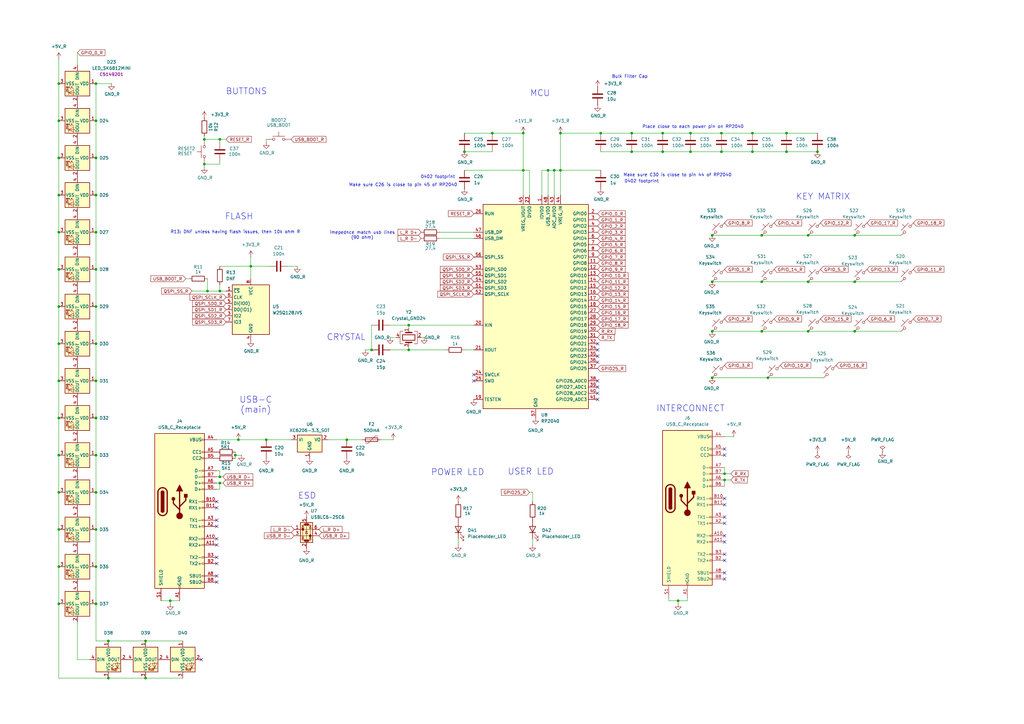
<source format=kicad_sch>
(kicad_sch (version 20250114) (generator "eeschema") (generator_version "9.0")
  (paper "A3")
  (title_block (title "Project Complex") (rev "Imaginary") (company "HRZN | KQ4SPZ"))
  (text "Make sure C30 is close to pin 44 of RP2040" (at 277.876 71.882 0) (effects (font (size 1.27 1.27))))
  (text "0402 footprint\n" (at 263.144 74.422 0) (effects (font (size 1.27 1.27))))
  (text "CRYSTAL\n" (at 141.986 138.43 0) (effects (font (size 2.54 2.54))))
  (text "R13: DNF unless having flash issues, then 10k ohm R" (at 96.52 95.25 0) (effects (font (size 1.27 1.27))))
  (text "MCU\n" (at 221.488 38.354 0) (effects (font (size 2.54 2.54))))
  (text "KEY MATRIX\n" (at 337.566 80.772 0) (effects (font (size 2.54 2.54))))
  (text "imepednce match usb lines\n(90 ohm)\n" (at 148.59 96.52 0) (effects (font (size 1.27 1.27))))
  (text "POWER LED" (at 187.706 193.802 0) (effects (font (size 2.54 2.54))))
  (text "Bulk Filter Cap\n" (at 258.318 31.496 0) (effects (font (size 1.27 1.27))))
  (text "ESD\n" (at 125.984 203.454 0) (effects (font (size 2.54 2.54))))
  (text "Place close to each power pin on RP2040\n" (at 284.226 52.07 0) (effects (font (size 1.27 1.27))))
  (text "USB-C\n(main)" (at 104.902 166.116 0) (effects (font (size 2.54 2.54))))
  (text "INTERCONNECT\n" (at 283.21 167.64 0) (effects (font (size 2.54 2.54))))
  (text "USER LED\n" (at 217.678 193.548 0) (effects (font (size 2.54 2.54))))
  (text "0402 footprint\n" (at 179.578 72.644 0) (effects (font (size 1.27 1.27))))
  (text "FLASH" (at 98.044 88.9 0) (effects (font (size 2.54 2.54))))
  (text "Make sure C26 is close to pin 45 of RP2040" (at 165.354 75.946 0) (effects (font (size 1.27 1.27))))
  (text "BUTTONS\n" (at 101.092 37.592 0) (effects (font (size 2.54 2.54))))
  (junction (at 39.37 34.29))
  (junction (at 214.63 54.61))
  (junction (at 278.13 246.38))
  (junction (at 96.52 186.69))
  (junction (at 59.69 278.13))
  (junction (at 224.79 69.85))
  (junction (at 24.13 125.73))
  (junction (at 142.24 180.34))
  (junction (at 350.52 135.89))
  (junction (at 308.61 62.23))
  (junction (at 24.13 140.97))
  (junction (at 312.42 115.57))
  (junction (at 24.13 64.77))
  (junction (at 295.91 62.23))
  (junction (at 292.1 96.52))
  (junction (at 190.5 62.23))
  (junction (at 39.37 156.21))
  (junction (at 246.38 54.61))
  (junction (at 24.13 156.21))
  (junction (at 24.13 201.93))
  (junction (at 39.37 125.73))
  (junction (at 297.18 194.31))
  (junction (at 69.85 246.38))
  (junction (at 39.37 95.25))
  (junction (at 350.52 96.52))
  (junction (at 44.45 262.89))
  (junction (at 292.1 135.89))
  (junction (at 109.22 180.34))
  (junction (at 39.37 217.17))
  (junction (at 24.13 217.17))
  (junction (at 24.13 80.01))
  (junction (at 227.33 69.85))
  (junction (at 44.45 278.13))
  (junction (at 83.82 57.15))
  (junction (at 201.93 54.61))
  (junction (at 331.47 96.52))
  (junction (at 312.42 96.52))
  (junction (at 85.09 119.38))
  (junction (at 90.17 195.58))
  (junction (at 322.58 54.61))
  (junction (at 335.28 62.23))
  (junction (at 292.1 115.57))
  (junction (at 292.1 154.94))
  (junction (at 24.13 49.53))
  (junction (at 39.37 110.49))
  (junction (at 229.87 69.85))
  (junction (at 90.17 119.38))
  (junction (at 331.47 115.57))
  (junction (at 39.37 247.65))
  (junction (at 24.13 247.65))
  (junction (at 24.13 186.69))
  (junction (at 24.13 34.29))
  (junction (at 229.87 54.61))
  (junction (at 214.63 69.85))
  (junction (at 331.47 135.89))
  (junction (at 24.13 171.45))
  (junction (at 350.52 115.57))
  (junction (at 24.13 110.49))
  (junction (at 39.37 232.41))
  (junction (at 102.87 109.22))
  (junction (at 39.37 186.69))
  (junction (at 314.96 154.94))
  (junction (at 39.37 201.93))
  (junction (at 152.4 143.51))
  (junction (at 39.37 140.97))
  (junction (at 24.13 95.25))
  (junction (at 297.18 196.85))
  (junction (at 24.13 232.41))
  (junction (at 322.58 62.23))
  (junction (at 259.08 54.61))
  (junction (at 59.69 262.89))
  (junction (at 39.37 64.77))
  (junction (at 271.78 62.23))
  (junction (at 295.91 54.61))
  (junction (at 83.82 67.31))
  (junction (at 167.64 133.35))
  (junction (at 39.37 49.53))
  (junction (at 259.08 62.23))
  (junction (at 97.79 180.34))
  (junction (at 312.42 135.89))
  (junction (at 167.64 143.51))
  (junction (at 90.17 198.12))
  (junction (at 39.37 80.01))
  (junction (at 283.21 54.61))
  (junction (at 308.61 54.61))
  (junction (at 90.17 57.15))
  (junction (at 39.37 171.45))
  (junction (at 271.78 54.61))
  (junction (at 283.21 62.23))
  (no_connect (at 88.9 215.9))
  (no_connect (at 297.18 234.95))
  (no_connect (at 245.11 156.21))
  (no_connect (at 245.11 158.75))
  (no_connect (at 297.18 237.49))
  (no_connect (at 88.9 238.76))
  (no_connect (at 297.18 207.01))
  (no_connect (at 297.18 222.25))
  (no_connect (at 297.18 204.47))
  (no_connect (at 245.11 146.05))
  (no_connect (at 194.31 156.21))
  (no_connect (at 245.11 161.29))
  (no_connect (at 245.11 148.59))
  (no_connect (at 245.11 140.97))
  (no_connect (at 88.9 223.52))
  (no_connect (at 297.18 219.71))
  (no_connect (at 88.9 231.14))
  (no_connect (at 194.31 153.67))
  (no_connect (at 88.9 228.6))
  (no_connect (at 297.18 184.15))
  (no_connect (at 297.18 212.09))
  (no_connect (at 297.18 214.63))
  (no_connect (at 82.55 270.51))
  (no_connect (at 88.9 220.98))
  (no_connect (at 297.18 186.69))
  (no_connect (at 297.18 229.87))
  (no_connect (at 88.9 236.22))
  (no_connect (at 88.9 208.28))
  (no_connect (at 245.11 163.83))
  (no_connect (at 88.9 205.74))
  (no_connect (at 245.11 143.51))
  (no_connect (at 88.9 213.36))
  (no_connect (at 297.18 227.33))
  (wire (pts (xy 39.37 80.01) (xy 39.37 64.77)))
  (wire (pts (xy 161.29 180.34) (xy 156.21 180.34)))
  (wire (pts (xy 109.22 180.34) (xy 119.38 180.34)))
  (wire (pts (xy 190.5 62.23) (xy 201.93 62.23)))
  (wire (pts (xy 312.42 96.52) (xy 292.1 96.52)))
  (wire (pts (xy 90.17 116.84) (xy 90.17 119.38)))
  (wire (pts (xy 69.85 247.65) (xy 69.85 246.38)))
  (wire (pts (xy 218.44 201.93) (xy 218.44 205.74)))
  (wire (pts (xy 24.13 217.17) (xy 24.13 232.41)))
  (wire (pts (xy 271.78 54.61) (xy 259.08 54.61)))
  (wire (pts (xy 312.42 115.57) (xy 292.1 115.57)))
  (wire (pts (xy 24.13 34.29) (xy 24.13 49.53)))
  (wire (pts (xy 180.34 95.25) (xy 194.31 95.25)))
  (wire (pts (xy 331.47 135.89) (xy 312.42 135.89)))
  (wire (pts (xy 173.99 138.43) (xy 172.72 138.43)))
  (wire (pts (xy 167.64 142.24) (xy 167.64 143.51)))
  (wire (pts (xy 214.63 54.61) (xy 214.63 69.85)))
  (wire (pts (xy 24.13 95.25) (xy 24.13 110.49)))
  (wire (pts (xy 222.25 69.85) (xy 224.79 69.85)))
  (wire (pts (xy 66.04 246.38) (xy 69.85 246.38)))
  (wire (pts (xy 36.83 270.51) (xy 31.75 270.51)))
  (wire (pts (xy 39.37 34.29) (xy 45.72 34.29)))
  (wire (pts (xy 24.13 24.13) (xy 24.13 34.29)))
  (wire (pts (xy 281.94 246.38) (xy 281.94 245.11)))
  (wire (pts (xy 90.17 66.04) (xy 90.17 67.31)))
  (wire (pts (xy 331.47 96.52) (xy 312.42 96.52)))
  (wire (pts (xy 229.87 69.85) (xy 246.38 69.85)))
  (wire (pts (xy 214.63 69.85) (xy 214.63 80.01)))
  (wire (pts (xy 149.86 143.51) (xy 152.4 143.51)))
  (wire (pts (xy 39.37 247.65) (xy 39.37 232.41)))
  (wire (pts (xy 59.69 262.89) (xy 44.45 262.89)))
  (wire (pts (xy 24.13 232.41) (xy 24.13 247.65)))
  (wire (pts (xy 227.33 69.85) (xy 229.87 69.85)))
  (wire (pts (xy 167.64 133.35) (xy 167.64 134.62)))
  (wire (pts (xy 167.64 143.51) (xy 182.88 143.51)))
  (wire (pts (xy 308.61 62.23) (xy 322.58 62.23)))
  (wire (pts (xy 190.5 143.51) (xy 194.31 143.51)))
  (wire (pts (xy 90.17 198.12) (xy 88.9 198.12)))
  (wire (pts (xy 335.28 62.23) (xy 322.58 62.23)))
  (wire (pts (xy 229.87 69.85) (xy 229.87 80.01)))
  (wire (pts (xy 90.17 109.22) (xy 102.87 109.22)))
  (wire (pts (xy 24.13 80.01) (xy 24.13 95.25)))
  (wire (pts (xy 85.09 119.38) (xy 90.17 119.38)))
  (wire (pts (xy 190.5 54.61) (xy 201.93 54.61)))
  (wire (pts (xy 96.52 185.42) (xy 96.52 186.69)))
  (wire (pts (xy 24.13 125.73) (xy 24.13 140.97)))
  (wire (pts (xy 259.08 54.61) (xy 246.38 54.61)))
  (wire (pts (xy 160.02 138.43) (xy 162.56 138.43)))
  (wire (pts (xy 350.52 135.89) (xy 331.47 135.89)))
  (wire (pts (xy 167.64 133.35) (xy 194.31 133.35)))
  (wire (pts (xy 96.52 186.69) (xy 96.52 187.96)))
  (wire (pts (xy 39.37 49.53) (xy 39.37 34.29)))
  (wire (pts (xy 222.25 69.85) (xy 222.25 80.01)))
  (wire (pts (xy 134.62 180.34) (xy 142.24 180.34)))
  (wire (pts (xy 39.37 217.17) (xy 39.37 201.93)))
  (wire (pts (xy 271.78 62.23) (xy 283.21 62.23)))
  (wire (pts (xy 83.82 55.88) (xy 83.82 57.15)))
  (wire (pts (xy 350.52 96.52) (xy 331.47 96.52)))
  (wire (pts (xy 148.59 180.34) (xy 142.24 180.34)))
  (wire (pts (xy 246.38 62.23) (xy 259.08 62.23)))
  (wire (pts (xy 24.13 110.49) (xy 24.13 125.73)))
  (wire (pts (xy 39.37 201.93) (xy 39.37 186.69)))
  (wire (pts (xy 295.91 62.23) (xy 308.61 62.23)))
  (wire (pts (xy 24.13 247.65) (xy 24.13 278.13)))
  (wire (pts (xy 297.18 194.31) (xy 299.72 194.31)))
  (wire (pts (xy 218.44 223.52) (xy 218.44 220.98)))
  (wire (pts (xy 297.18 196.85) (xy 297.18 199.39)))
  (wire (pts (xy 90.17 119.38) (xy 92.71 119.38)))
  (wire (pts (xy 24.13 64.77) (xy 24.13 80.01)))
  (wire (pts (xy 24.13 171.45) (xy 24.13 186.69)))
  (wire (pts (xy 297.18 196.85) (xy 299.72 196.85)))
  (wire (pts (xy 39.37 125.73) (xy 39.37 110.49)))
  (wire (pts (xy 90.17 193.04) (xy 90.17 195.58)))
  (wire (pts (xy 39.37 262.89) (xy 39.37 247.65)))
  (wire (pts (xy 217.17 80.01) (xy 217.17 69.85)))
  (wire (pts (xy 88.9 180.34) (xy 97.79 180.34)))
  (wire (pts (xy 337.82 154.94) (xy 314.96 154.94)))
  (wire (pts (xy 283.21 62.23) (xy 295.91 62.23)))
  (wire (pts (xy 24.13 156.21) (xy 24.13 171.45)))
  (wire (pts (xy 369.57 96.52) (xy 350.52 96.52)))
  (wire (pts (xy 90.17 198.12) (xy 90.17 200.66)))
  (wire (pts (xy 39.37 156.21) (xy 39.37 140.97)))
  (wire (pts (xy 331.47 115.57) (xy 312.42 115.57)))
  (wire (pts (xy 187.96 223.52) (xy 187.96 220.98)))
  (wire (pts (xy 369.57 135.89) (xy 350.52 135.89)))
  (wire (pts (xy 152.4 133.35) (xy 152.4 143.51)))
  (wire (pts (xy 274.32 246.38) (xy 278.13 246.38)))
  (wire (pts (xy 90.17 57.15) (xy 90.17 58.42)))
  (wire (pts (xy 227.33 69.85) (xy 227.33 80.01)))
  (wire (pts (xy 201.93 54.61) (xy 214.63 54.61)))
  (wire (pts (xy 90.17 200.66) (xy 88.9 200.66)))
  (wire (pts (xy 180.34 97.79) (xy 194.31 97.79)))
  (wire (pts (xy 69.85 246.38) (xy 73.66 246.38)))
  (wire (pts (xy 217.17 69.85) (xy 214.63 69.85)))
  (wire (pts (xy 39.37 95.25) (xy 39.37 80.01)))
  (wire (pts (xy 102.87 109.22) (xy 110.49 109.22)))
  (wire (pts (xy 24.13 140.97) (xy 24.13 156.21)))
  (wire (pts (xy 76.2 114.3) (xy 77.47 114.3)))
  (wire (pts (xy 83.82 57.15) (xy 90.17 57.15)))
  (wire (pts (xy 39.37 186.69) (xy 39.37 171.45)))
  (wire (pts (xy 102.87 105.41) (xy 102.87 109.22)))
  (wire (pts (xy 31.75 21.59) (xy 31.75 26.67)))
  (wire (pts (xy 24.13 278.13) (xy 44.45 278.13)))
  (wire (pts (xy 160.02 143.51) (xy 167.64 143.51)))
  (wire (pts (xy 31.75 255.27) (xy 31.75 270.51)))
  (wire (pts (xy 369.57 115.57) (xy 350.52 115.57)))
  (wire (pts (xy 246.38 54.61) (xy 229.87 54.61)))
  (wire (pts (xy 59.69 278.13) (xy 74.93 278.13)))
  (wire (pts (xy 91.44 195.58) (xy 90.17 195.58)))
  (wire (pts (xy 102.87 109.22) (xy 102.87 114.3)))
  (wire (pts (xy 44.45 262.89) (xy 39.37 262.89)))
  (wire (pts (xy 39.37 171.45) (xy 39.37 156.21)))
  (wire (pts (xy 278.13 246.38) (xy 281.94 246.38)))
  (wire (pts (xy 224.79 69.85) (xy 227.33 69.85)))
  (wire (pts (xy 274.32 246.38) (xy 274.32 245.11)))
  (wire (pts (xy 283.21 54.61) (xy 271.78 54.61)))
  (wire (pts (xy 109.22 58.42) (xy 109.22 57.15)))
  (wire (pts (xy 78.74 119.38) (xy 85.09 119.38)))
  (wire (pts (xy 350.52 115.57) (xy 331.47 115.57)))
  (wire (pts (xy 24.13 49.53) (xy 24.13 64.77)))
  (wire (pts (xy 121.92 109.22) (xy 118.11 109.22)))
  (wire (pts (xy 44.45 278.13) (xy 59.69 278.13)))
  (wire (pts (xy 295.91 54.61) (xy 283.21 54.61)))
  (wire (pts (xy 314.96 154.94) (xy 292.1 154.94)))
  (wire (pts (xy 39.37 232.41) (xy 39.37 217.17)))
  (wire (pts (xy 90.17 193.04) (xy 88.9 193.04)))
  (wire (pts (xy 97.79 180.34) (xy 109.22 180.34)))
  (wire (pts (xy 229.87 54.61) (xy 229.87 69.85)))
  (wire (pts (xy 224.79 69.85) (xy 224.79 80.01)))
  (wire (pts (xy 39.37 64.77) (xy 39.37 49.53)))
  (wire (pts (xy 90.17 57.15) (xy 92.71 57.15)))
  (wire (pts (xy 297.18 191.77) (xy 297.18 194.31)))
  (wire (pts (xy 259.08 62.23) (xy 271.78 62.23)))
  (wire (pts (xy 308.61 54.61) (xy 295.91 54.61)))
  (wire (pts (xy 90.17 195.58) (xy 88.9 195.58)))
  (wire (pts (xy 190.5 69.85) (xy 214.63 69.85)))
  (wire (pts (xy 39.37 110.49) (xy 39.37 95.25)))
  (wire (pts (xy 308.61 54.61) (xy 322.58 54.61)))
  (wire (pts (xy 24.13 201.93) (xy 24.13 217.17)))
  (wire (pts (xy 335.28 54.61) (xy 322.58 54.61)))
  (wire (pts (xy 312.42 135.89) (xy 292.1 135.89)))
  (wire (pts (xy 90.17 67.31) (xy 83.82 67.31)))
  (wire (pts (xy 39.37 140.97) (xy 39.37 125.73)))
  (wire (pts (xy 300.99 179.07) (xy 297.18 179.07)))
  (wire (pts (xy 91.44 198.12) (xy 90.17 198.12)))
  (wire (pts (xy 59.69 262.89) (xy 74.93 262.89)))
  (wire (pts (xy 24.13 186.69) (xy 24.13 201.93)))
  (wire (pts (xy 85.09 114.3) (xy 85.09 119.38)))
  (wire (pts (xy 278.13 247.65) (xy 278.13 246.38)))
  (wire (pts (xy 83.82 68.58) (xy 83.82 67.31)))
  (wire (pts (xy 217.17 201.93) (xy 218.44 201.93)))
  (wire (pts (xy 99.06 186.69) (xy 96.52 186.69)))
  (wire (pts (xy 160.02 133.35) (xy 167.64 133.35)))
  (global_label "USB_R D-" (shape input) (at 120.65 219.71 180) (property "Intersheetrefs" "${INTERSHEET_REFS}" (effects (hide yes))))
  (global_label "QSPI_SD0_R" (shape input) (at 194.31 110.49 180) (property "Intersheetrefs" "${INTERSHEET_REFS}" (effects (hide yes))))
  (global_label "L_R D+" (shape input) (at 172.72 95.25 180) (property "Intersheetrefs" "${INTERSHEET_REFS}" (effects (hide yes))))
  (global_label "GPIO_17_R" (shape input) (at 245.11 130.81 0) (property "Intersheetrefs" "${INTERSHEET_REFS}" (effects (hide yes))))
  (global_label "GPIO_9_R" (shape input) (at 245.11 110.49 0) (property "Intersheetrefs" "${INTERSHEET_REFS}" (effects (hide yes))))
  (global_label "QSPI_SS_R" (shape input) (at 78.74 119.38 180) (property "Intersheetrefs" "${INTERSHEET_REFS}" (effects (hide yes))))
  (global_label "GPIO_5_R" (shape input) (at 245.11 100.33 0) (property "Intersheetrefs" "${INTERSHEET_REFS}" (effects (hide yes))))
  (global_label "GPIO_2_R" (shape input) (at 297.18 130.81 0) (property "Intersheetrefs" "${INTERSHEET_REFS}" (effects (hide yes))))
  (global_label "R_RX" (shape input) (at 299.72 194.31 0) (property "Intersheetrefs" "${INTERSHEET_REFS}" (effects (hide yes))))
  (global_label "L_R D-" (shape input) (at 120.65 217.17 180) (property "Intersheetrefs" "${INTERSHEET_REFS}" (effects (hide yes))))
  (global_label "L_R D+" (shape input) (at 130.81 217.17 0) (property "Intersheetrefs" "${INTERSHEET_REFS}" (effects (hide yes))))
  (global_label "GPIO_14_R" (shape input) (at 317.5 110.49 0) (property "Intersheetrefs" "${INTERSHEET_REFS}" (effects (hide yes))))
  (global_label "GPIO_13_R" (shape input) (at 355.6 110.49 0) (property "Intersheetrefs" "${INTERSHEET_REFS}" (effects (hide yes))))
  (global_label "GPIO_8_R" (shape input) (at 245.11 107.95 0) (property "Intersheetrefs" "${INTERSHEET_REFS}" (effects (hide yes))))
  (global_label "GPIO_4_R" (shape input) (at 245.11 97.79 0) (property "Intersheetrefs" "${INTERSHEET_REFS}" (effects (hide yes))))
  (global_label "GPIO_7_R" (shape input) (at 245.11 105.41 0) (property "Intersheetrefs" "${INTERSHEET_REFS}" (effects (hide yes))))
  (global_label "GPIO_18_R" (shape input) (at 245.11 133.35 0) (property "Intersheetrefs" "${INTERSHEET_REFS}" (effects (hide yes))))
  (global_label "GPIO_11_R" (shape input) (at 245.11 115.57 0) (property "Intersheetrefs" "${INTERSHEET_REFS}" (effects (hide yes))))
  (global_label "GPIO25_R" (shape input) (at 217.17 201.93 180) (property "Intersheetrefs" "${INTERSHEET_REFS}" (effects (hide yes))))
  (global_label "GPIO_10_R" (shape input) (at 245.11 113.03 0) (property "Intersheetrefs" "${INTERSHEET_REFS}" (effects (hide yes))))
  (global_label "GPIO_5_R" (shape input) (at 336.55 110.49 0) (property "Intersheetrefs" "${INTERSHEET_REFS}" (effects (hide yes))))
  (global_label "GPIO_1_R" (shape input) (at 245.11 90.17 0) (property "Intersheetrefs" "${INTERSHEET_REFS}" (effects (hide yes))))
  (global_label "GPIO_14_R" (shape input) (at 245.11 123.19 0) (property "Intersheetrefs" "${INTERSHEET_REFS}" (effects (hide yes))))
  (global_label "GPIO_10_R" (shape input) (at 320.04 149.86 0) (property "Intersheetrefs" "${INTERSHEET_REFS}" (effects (hide yes))))
  (global_label "QSPI_SCLK_R" (shape input) (at 194.31 120.65 180) (property "Intersheetrefs" "${INTERSHEET_REFS}" (effects (hide yes))))
  (global_label "GPIO_13_R" (shape input) (at 245.11 120.65 0) (property "Intersheetrefs" "${INTERSHEET_REFS}" (effects (hide yes))))
  (global_label "GPIO_0_R" (shape input) (at 31.75 21.59 0) (property "Intersheetrefs" "${INTERSHEET_REFS}" (effects (hide yes))))
  (global_label "RESET_R" (shape input) (at 194.31 87.63 180) (property "Intersheetrefs" "${INTERSHEET_REFS}" (effects (hide yes))))
  (global_label "GPIO_7_R" (shape input) (at 374.65 130.81 0) (property "Intersheetrefs" "${INTERSHEET_REFS}" (effects (hide yes))))
  (global_label "QSPI_SCLK_R" (shape input) (at 92.71 121.92 180) (property "Intersheetrefs" "${INTERSHEET_REFS}" (effects (hide yes))))
  (global_label "GPIO_3_R" (shape input) (at 245.11 95.25 0) (property "Intersheetrefs" "${INTERSHEET_REFS}" (effects (hide yes))))
  (global_label "QSPI_SD3_R" (shape input) (at 92.71 132.08 180) (property "Intersheetrefs" "${INTERSHEET_REFS}" (effects (hide yes))))
  (global_label "GPIO_6_R" (shape input) (at 245.11 102.87 0) (property "Intersheetrefs" "${INTERSHEET_REFS}" (effects (hide yes))))
  (global_label "USB_BOOT_R" (shape input) (at 76.2 114.3 180) (property "Intersheetrefs" "${INTERSHEET_REFS}" (effects (hide yes))))
  (global_label "GPIO_12_R" (shape input) (at 336.55 91.44 0) (property "Intersheetrefs" "${INTERSHEET_REFS}" (effects (hide yes))))
  (global_label "USB_BOOT_R" (shape input) (at 119.38 57.15 0) (property "Intersheetrefs" "${INTERSHEET_REFS}" (effects (hide yes))))
  (global_label "GPIO_1_R" (shape input) (at 297.18 110.49 0) (property "Intersheetrefs" "${INTERSHEET_REFS}" (effects (hide yes))))
  (global_label "QSPI_SD2_R" (shape input) (at 194.31 115.57 180) (property "Intersheetrefs" "${INTERSHEET_REFS}" (effects (hide yes))))
  (global_label "L_R D-" (shape input) (at 172.72 97.79 180) (property "Intersheetrefs" "${INTERSHEET_REFS}" (effects (hide yes))))
  (global_label "USB_R D-" (shape input) (at 91.44 195.58 0) (property "Intersheetrefs" "${INTERSHEET_REFS}" (effects (hide yes))))
  (global_label "GPIO_11_R" (shape input) (at 374.65 110.49 0) (property "Intersheetrefs" "${INTERSHEET_REFS}" (effects (hide yes))))
  (global_label "GPIO_12_R" (shape input) (at 245.11 118.11 0) (property "Intersheetrefs" "${INTERSHEET_REFS}" (effects (hide yes))))
  (global_label "GPIO_8_R" (shape input) (at 297.18 91.44 0) (property "Intersheetrefs" "${INTERSHEET_REFS}" (effects (hide yes))))
  (global_label "R_TX" (shape input) (at 245.11 138.43 0) (property "Intersheetrefs" "${INTERSHEET_REFS}" (effects (hide yes))))
  (global_label "QSPI_SD0_R" (shape input) (at 92.71 124.46 180) (property "Intersheetrefs" "${INTERSHEET_REFS}" (effects (hide yes))))
  (global_label "QSPI_SD3_R" (shape input) (at 194.31 118.11 180) (property "Intersheetrefs" "${INTERSHEET_REFS}" (effects (hide yes))))
  (global_label "GPIO_16_R" (shape input) (at 342.9 149.86 0) (property "Intersheetrefs" "${INTERSHEET_REFS}" (effects (hide yes))))
  (global_label "QSPI_SD1_R" (shape input) (at 92.71 127 180) (property "Intersheetrefs" "${INTERSHEET_REFS}" (effects (hide yes))))
  (global_label "USB_R D+" (shape input) (at 130.81 219.71 0) (property "Intersheetrefs" "${INTERSHEET_REFS}" (effects (hide yes))))
  (global_label "GPIO_9_R" (shape input) (at 317.5 130.81 0) (property "Intersheetrefs" "${INTERSHEET_REFS}" (effects (hide yes))))
  (global_label "GPIO_16_R" (shape input) (at 245.11 128.27 0) (property "Intersheetrefs" "${INTERSHEET_REFS}" (effects (hide yes))))
  (global_label "GPIO_15_R" (shape input) (at 245.11 125.73 0) (property "Intersheetrefs" "${INTERSHEET_REFS}" (effects (hide yes))))
  (global_label "QSPI_SD1_R" (shape input) (at 194.31 113.03 180) (property "Intersheetrefs" "${INTERSHEET_REFS}" (effects (hide yes))))
  (global_label "GPIO_4_R" (shape input) (at 317.5 91.44 0) (property "Intersheetrefs" "${INTERSHEET_REFS}" (effects (hide yes))))
  (global_label "QSPI_SD2_R" (shape input) (at 92.71 129.54 180) (property "Intersheetrefs" "${INTERSHEET_REFS}" (effects (hide yes))))
  (global_label "USB_R D+" (shape input) (at 91.44 198.12 0) (property "Intersheetrefs" "${INTERSHEET_REFS}" (effects (hide yes))))
  (global_label "R_RX" (shape input) (at 245.11 135.89 0) (property "Intersheetrefs" "${INTERSHEET_REFS}" (effects (hide yes))))
  (global_label "GPIO_18_R" (shape input) (at 374.65 91.44 0) (property "Intersheetrefs" "${INTERSHEET_REFS}" (effects (hide yes))))
  (global_label "GPIO_6_R" (shape input) (at 355.6 130.81 0) (property "Intersheetrefs" "${INTERSHEET_REFS}" (effects (hide yes))))
  (global_label "R_TX" (shape input) (at 299.72 196.85 0) (property "Intersheetrefs" "${INTERSHEET_REFS}" (effects (hide yes))))
  (global_label "GPIO_17_R" (shape input) (at 355.6 91.44 0) (property "Intersheetrefs" "${INTERSHEET_REFS}" (effects (hide yes))))
  (global_label "RESET_R" (shape input) (at 92.71 57.15 0) (property "Intersheetrefs" "${INTERSHEET_REFS}" (effects (hide yes))))
  (global_label "GPIO_3_R" (shape input) (at 297.18 149.86 0) (property "Intersheetrefs" "${INTERSHEET_REFS}" (effects (hide yes))))
  (global_label "GPIO_15_R" (shape input) (at 336.55 130.81 0) (property "Intersheetrefs" "${INTERSHEET_REFS}" (effects (hide yes))))
  (global_label "GPIO_2_R" (shape input) (at 245.11 92.71 0) (property "Intersheetrefs" "${INTERSHEET_REFS}" (effects (hide yes))))
  (global_label "QSPI_SS_R" (shape input) (at 194.31 105.41 180) (property "Intersheetrefs" "${INTERSHEET_REFS}" (effects (hide yes))))
  (global_label "GPIO25_R" (shape input) (at 245.11 151.13 0) (property "Intersheetrefs" "${INTERSHEET_REFS}" (effects (hide yes))))
  (global_label "GPIO_0_R" (shape input) (at 245.11 87.63 0) (property "Intersheetrefs" "${INTERSHEET_REFS}" (effects (hide yes))))
  (symbol (lib_id "Device:C") (at 156.21 133.35 270) (unit 1)
    (property "Reference" "C23" (at 156.21 125.73 90))
    (property "Value" "15p" (at 156.21 128.27 90))
    (property "Footprint" "Capacitor_SMD:C_0603_1608Metric" (effects (hide yes)))
    (property "Description" "Unpolarized capacitor" (effects (hide yes)))
  )
  (symbol (lib_id "ScottoKeebs:LED_SK6812MINI") (at 31.75 80.01 270) (unit 1)
    (property "Reference" "D26" (at 42.672 80.01 90))
    (property "Value" "LED_SK6812MINI" (effects (hide yes)))
    (property "Footprint" "ScottoKeebs_Components:LED_SK6812MINI" (effects (hide yes)))
    (property "Datasheet" "https://cdn-shop.adafruit.com/product-files/2686/SK6812MINI_REV.01-1-2.pdf" (effects (hide yes)))
    (property "Description" "RGB LED with integrated controller" (effects (hide yes)))
    (property "LCSC" "C5149201" (effects (hide yes)))
  )
  (symbol (lib_id "power:GND") (at 219.71 171.45 0) (unit 1)
    (property "Reference" "#PWR068" (effects (hide yes)))
    (property "Value" "GND_R" (at 219.71 176.53 0))
    (property "Description" "Power symbol creates a global label with name \"GND\" , ground" (effects (hide yes)))
  )
  (symbol (lib_id "power:+3V3") (at 335.28 185.42 0) (unit 1)
    (property "Reference" "#PWR076" (effects (hide yes)))
    (property "Value" "+3V3_R" (at 335.28 180.34 0))
    (property "Description" "Power symbol creates a global label with name \"+3V3\"" (effects (hide yes)))
  )
  (symbol (lib_id "Device:C") (at 190.5 73.66 0) (unit 1)
    (property "Reference" "C26" (at 194.31 72.3899 0) (effects (justify left)))
    (property "Value" "1u" (at 194.31 74.9299 0) (effects (justify left)))
    (property "Footprint" "Capacitor_SMD:C_0603_1608Metric" (effects (hide yes)))
    (property "Description" "Unpolarized capacitor" (effects (hide yes)))
  )
  (symbol (lib_id "Device:C") (at 259.08 58.42 0) (unit 1)
    (property "Reference" "C31" (at 262.89 57.1499 0) (effects (justify left)))
    (property "Value" "100n" (at 262.89 59.6899 0) (effects (justify left)))
    (property "Footprint" "Capacitor_SMD:C_0603_1608Metric" (effects (hide yes)))
    (property "Description" "Unpolarized capacitor" (effects (hide yes)))
  )
  (symbol (lib_id "Device:C") (at 114.3 109.22 90) (unit 1)
    (property "Reference" "C21" (at 114.3 101.6 90))
    (property "Value" "100n" (at 114.3 104.14 90))
    (property "Footprint" "Capacitor_SMD:C_0603_1608Metric" (effects (hide yes)))
    (property "Description" "Unpolarized capacitor" (effects (hide yes)))
  )
  (symbol (lib_id "Device:C") (at 156.21 143.51 270) (unit 1)
    (property "Reference" "C24" (at 156.21 148.082 90))
    (property "Value" "15p" (at 156.21 150.622 90))
    (property "Footprint" "Capacitor_SMD:C_0603_1608Metric" (effects (hide yes)))
    (property "Description" "Unpolarized capacitor" (effects (hide yes)))
  )
  (symbol (lib_id "power:GND") (at 218.44 223.52 0) (unit 1)
    (property "Reference" "#PWR067" (effects (hide yes)))
    (property "Value" "GND_R" (at 218.694 227.838 0))
    (property "Description" "Power symbol creates a global label with name \"GND\" , ground" (effects (hide yes)))
  )
  (symbol (lib_id "Device:R") (at 176.53 97.79 270) (unit 1)
    (property "Reference" "R19" (at 176.53 100.076 90))
    (property "Value" "27.4" (at 176.53 101.854 90))
    (property "Footprint" "Resistor_SMD:R_0603_1608Metric" (effects (hide yes)))
    (property "Description" "Resistor" (effects (hide yes)))
  )
  (symbol (lib_id "ScottoKeebs:Placeholder_Keyswitch") (at 334.01 93.98 0) (mirror y) (unit 1)
    (property "Reference" "S26" (at 331.216 86.36 0))
    (property "Value" "Keyswitch" (at 331.216 88.9 0))
    (property "Footprint" "ScottoKeebs_Hotswap:Hotswap_Choc_V2_Plated_1.00u" (effects (hide yes)))
    (property "Description" "Push button switch, normally open, two pins, 45° tilted" (effects (hide yes)))
  )
  (symbol (lib_id "Device:R") (at 92.71 185.42 90) (unit 1)
    (property "Reference" "R14" (at 92.456 181.61 90))
    (property "Value" "5K1" (at 92.456 183.388 90))
    (property "Footprint" "Resistor_SMD:R_0603_1608Metric" (effects (hide yes)))
    (property "Description" "Resistor" (effects (hide yes)))
  )
  (symbol (lib_id "ScottoKeebs:Placeholder_Keyswitch") (at 334.01 133.35 0) (mirror y) (unit 1)
    (property "Reference" "S28" (at 331.216 125.476 0))
    (property "Value" "Keyswitch" (at 331.216 128.016 0))
    (property "Footprint" "ScottoKeebs_Hotswap:Hotswap_Choc_V2_Plated_1.00u" (effects (hide yes)))
    (property "Description" "Push button switch, normally open, two pins, 45° tilted" (effects (hide yes)))
  )
  (symbol (lib_id "ScottoKeebs:Placeholder_Keyswitch") (at 372.11 113.03 0) (mirror y) (unit 1)
    (property "Reference" "S20" (at 369.316 105.156 0))
    (property "Value" "Keyswitch" (at 369.316 107.696 0))
    (property "Footprint" "ScottoKeebs_Hotswap:Hotswap_Choc_V2_Plated_1.00u" (effects (hide yes)))
    (property "Description" "Push button switch, normally open, two pins, 45° tilted" (effects (hide yes)))
  )
  (symbol (lib_id "Device:R") (at 218.44 209.55 0) (unit 1)
    (property "Reference" "R20" (at 222.25 208.534 0))
    (property "Value" "1k" (at 222.25 210.566 0))
    (property "Footprint" "Resistor_SMD:R_0603_1608Metric" (effects (hide yes)))
    (property "Description" "Resistor" (effects (hide yes)))
  )
  (symbol (lib_id "power:GND") (at 109.22 58.42 0) (unit 1)
    (property "Reference" "#PWR047" (effects (hide yes)))
    (property "Value" "GND_R" (at 109.474 62.738 0))
    (property "Description" "Power symbol creates a global label with name \"GND\" , ground" (effects (hide yes)))
  )
  (symbol (lib_id "ScottoKeebs:Placeholder_Keyswitch") (at 317.5 152.4 0) (mirror y) (unit 1)
    (property "Reference" "S29" (at 314.706 144.526 0))
    (property "Value" "Keyswitch" (at 314.706 147.066 0))
    (property "Footprint" "ScottoKeebs_Hotswap:Hotswap_Choc_V2_Plated_1.00u" (effects (hide yes)))
    (property "Description" "Push button switch, normally open, two pins, 45° tilted" (effects (hide yes)))
  )
  (symbol (lib_id "power:+5V") (at 300.99 179.07 0) (unit 1)
    (property "Reference" "#PWR074" (effects (hide yes)))
    (property "Value" "+5V_R" (at 300.99 173.99 0))
    (property "Description" "Power symbol creates a global label with name \"+5V\"" (effects (hide yes)))
  )
  (symbol (lib_id "power:GND") (at 187.96 223.52 0) (unit 1)
    (property "Reference" "#PWR062" (effects (hide yes)))
    (property "Value" "GND_R" (at 188.214 227.838 0))
    (property "Description" "Power symbol creates a global label with name \"GND\" , ground" (effects (hide yes)))
  )
  (symbol (lib_id "ScottoKeebs:LED_SK6812MINI") (at 31.75 156.21 270) (unit 1)
    (property "Reference" "D31" (at 42.672 156.21 90))
    (property "Value" "LED_SK6812MINI" (effects (hide yes)))
    (property "Footprint" "ScottoKeebs_Components:LED_SK6812MINI" (effects (hide yes)))
    (property "Datasheet" "https://cdn-shop.adafruit.com/product-files/2686/SK6812MINI_REV.01-1-2.pdf" (effects (hide yes)))
    (property "Description" "RGB LED with integrated controller" (effects (hide yes)))
    (property "LCSC" "C5149201" (effects (hide yes)))
  )
  (symbol (lib_id "ScottoKeebs:Placeholder_Keyswitch") (at 314.96 113.03 0) (mirror y) (unit 1)
    (property "Reference" "S31" (at 312.42 105.156 0))
    (property "Value" "Keyswitch" (at 312.42 107.696 0))
    (property "Footprint" "ScottoKeebs_Hotswap:Hotswap_Choc_V2_Plated_1.00u" (effects (hide yes)))
    (property "Description" "Push button switch, normally open, two pins, 45° tilted" (effects (hide yes)))
  )
  (symbol (lib_id "power:+5V") (at 125.73 212.09 0) (unit 1)
    (property "Reference" "#PWR054" (effects (hide yes)))
    (property "Value" "+5V_R" (at 125.73 207.01 0))
    (property "Description" "Power symbol creates a global label with name \"+5V\"" (effects (hide yes)))
  )
  (symbol (lib_id "power:+3V3") (at 161.29 180.34 0) (unit 1)
    (property "Reference" "#PWR057" (effects (hide yes)))
    (property "Value" "+3V3_R" (at 161.29 175.26 0))
    (property "Description" "Power symbol creates a global label with name \"+3V3\"" (effects (hide yes)))
  )
  (symbol (lib_id "ScottoKeebs:LED_SK6812MINI") (at 31.75 171.45 270) (unit 1)
    (property "Reference" "D32" (at 42.672 171.45 90))
    (property "Value" "LED_SK6812MINI" (effects (hide yes)))
    (property "Footprint" "ScottoKeebs_Components:LED_SK6812MINI" (effects (hide yes)))
    (property "Datasheet" "https://cdn-shop.adafruit.com/product-files/2686/SK6812MINI_REV.01-1-2.pdf" (effects (hide yes)))
    (property "Description" "RGB LED with integrated controller" (effects (hide yes)))
    (property "LCSC" "C5149201" (effects (hide yes)))
  )
  (symbol (lib_id "Device:R") (at 186.69 143.51 90) (unit 1)
    (property "Reference" "R16" (at 186.69 138.43 90))
    (property "Value" "1k" (at 186.69 140.97 90))
    (property "Footprint" "Resistor_SMD:R_0603_1608Metric" (effects (hide yes)))
    (property "Description" "Resistor" (effects (hide yes)))
  )
  (symbol (lib_id "Connector:USB_C_Receptacle") (at 73.66 205.74 0) (unit 1)
    (property "Reference" "J4" (at 73.66 172.72 0))
    (property "Value" "USB_C_Receptacle" (at 73.66 175.26 0))
    (property "Footprint" "Connector_USB:USB_C_Receptacle_HRO_TYPE-C-31-M-12" (effects (hide yes)))
    (property "Datasheet" "https://www.usb.org/sites/default/files/documents/usb_type-c.zip" (effects (hide yes)))
    (property "Description" "USB Full-Featured Type-C Receptacle connector" (effects (hide yes)))
  )
  (symbol (lib_id "ScottoKeebs:LED_SK6812MINI") (at 31.75 186.69 270) (unit 1)
    (property "Reference" "D33" (at 42.672 186.69 90))
    (property "Value" "LED_SK6812MINI" (effects (hide yes)))
    (property "Footprint" "ScottoKeebs_Components:LED_SK6812MINI" (effects (hide yes)))
    (property "Datasheet" "https://cdn-shop.adafruit.com/product-files/2686/SK6812MINI_REV.01-1-2.pdf" (effects (hide yes)))
    (property "Description" "RGB LED with integrated controller" (effects (hide yes)))
    (property "LCSC" "C5149201" (effects (hide yes)))
  )
  (symbol (lib_id "power:+3V3") (at 102.87 105.41 0) (unit 1)
    (property "Reference" "#PWR049" (effects (hide yes)))
    (property "Value" "+3V3_R" (at 102.87 100.33 0))
    (property "Description" "Power symbol creates a global label with name \"+3V3\"" (effects (hide yes)))
  )
  (symbol (lib_id "power:GND") (at 278.13 247.65 0) (unit 1)
    (property "Reference" "#PWR073" (effects (hide yes)))
    (property "Value" "GND_R" (at 276.098 251.46 0) (effects (justify left)))
    (property "Description" "Power symbol creates a global label with name \"GND\" , ground" (effects (hide yes)))
  )
  (symbol (lib_id "ScottoKeebs:LED_SK6812MINI") (at 31.75 232.41 270) (unit 1)
    (property "Reference" "D36" (at 42.672 232.41 90))
    (property "Value" "LED_SK6812MINI" (effects (hide yes)))
    (property "Footprint" "ScottoKeebs_Components:LED_SK6812MINI" (effects (hide yes)))
    (property "Datasheet" "https://cdn-shop.adafruit.com/product-files/2686/SK6812MINI_REV.01-1-2.pdf" (effects (hide yes)))
    (property "Description" "RGB LED with integrated controller" (effects (hide yes)))
    (property "LCSC" "C5149201" (effects (hide yes)))
  )
  (symbol (lib_id "ScottoKeebs:Placeholder_Keyswitch") (at 372.11 133.35 0) (mirror y) (unit 1)
    (property "Reference" "S21" (at 369.316 125.476 0))
    (property "Value" "Keyswitch" (at 369.316 128.016 0))
    (property "Footprint" "ScottoKeebs_Hotswap:Hotswap_Choc_V2_Plated_1.00u" (effects (hide yes)))
    (property "Description" "Push button switch, normally open, two pins, 45° tilted" (effects (hide yes)))
  )
  (symbol (lib_id "ScottoKeebs:Placeholder_LED") (at 187.96 217.17 90) (unit 1)
    (property "Reference" "D41" (at 191.77 217.4874 90) (effects (justify right)))
    (property "Value" "Placeholder_LED" (at 191.77 220.0274 90) (effects (justify right)))
    (property "Footprint" "ScottoKeebs_Components:LED_0805" (effects (hide yes)))
    (property "Description" "Light emitting diode" (effects (hide yes)))
  )
  (symbol (lib_id "power:GND") (at 45.72 34.29 0) (unit 1)
    (property "Reference" "#PWR086" (effects (hide yes)))
    (property "Value" "GND_R" (at 45.974 38.608 0))
    (property "Description" "Power symbol creates a global label with name \"GND\" , ground" (effects (hide yes)))
  )
  (symbol (lib_id "ScottoKeebs:LED_SK6812MINI") (at 31.75 125.73 270) (unit 1)
    (property "Reference" "D29" (at 42.672 125.73 90))
    (property "Value" "LED_SK6812MINI" (effects (hide yes)))
    (property "Footprint" "ScottoKeebs_Components:LED_SK6812MINI" (effects (hide yes)))
    (property "Datasheet" "https://cdn-shop.adafruit.com/product-files/2686/SK6812MINI_REV.01-1-2.pdf" (effects (hide yes)))
    (property "Description" "RGB LED with integrated controller" (effects (hide yes)))
    (property "LCSC" "C5149201" (effects (hide yes)))
  )
  (symbol (lib_id "Device:R") (at 81.28 114.3 90) (unit 1)
    (property "Reference" "R11" (at 81.28 109.474 90))
    (property "Value" "1k" (at 81.28 111.506 90))
    (property "Footprint" "Resistor_SMD:R_0603_1608Metric" (effects (hide yes)))
    (property "Description" "Resistor" (effects (hide yes)))
  )
  (symbol (lib_id "Device:R") (at 92.71 187.96 90) (unit 1)
    (property "Reference" "R15" (at 92.71 189.992 90))
    (property "Value" "5K1" (at 92.71 192.024 90))
    (property "Footprint" "Resistor_SMD:R_0603_1608Metric" (effects (hide yes)))
    (property "Description" "Resistor" (effects (hide yes)))
  )
  (symbol (lib_id "Device:C") (at 245.11 39.37 0) (unit 1)
    (property "Reference" "C28" (at 248.92 38.0999 0) (effects (justify left)))
    (property "Value" "10u" (at 248.92 40.6399 0) (effects (justify left)))
    (property "Footprint" "Capacitor_SMD:C_0603_1608Metric" (effects (hide yes)))
    (property "Description" "Unpolarized capacitor" (effects (hide yes)))
  )
  (symbol (lib_id "power:GND") (at 109.22 187.96 0) (unit 1)
    (property "Reference" "#PWR048" (effects (hide yes)))
    (property "Value" "GND_R" (at 109.22 193.04 0))
    (property "Description" "Power symbol creates a global label with name \"GND\" , ground" (effects (hide yes)))
  )
  (symbol (lib_id "ScottoKeebs:Placeholder_Polyfuse") (at 152.4 180.34 0) (unit 1)
    (property "Reference" "F2" (at 152.4 173.99 0))
    (property "Value" "500mA" (at 152.4 176.53 0))
    (property "Footprint" "ScottoKeebs_Components:Fuse_0603" (effects (hide yes)))
    (property "Description" "Resettable fuse, polymeric positive temperature coefficient" (effects (hide yes)))
  )
  (symbol (lib_id "Device:C") (at 190.5 58.42 0) (unit 1)
    (property "Reference" "C25" (at 194.31 57.1499 0) (effects (justify left)))
    (property "Value" "100n" (at 194.31 59.6899 0) (effects (justify left)))
    (property "Footprint" "Capacitor_SMD:C_0603_1608Metric" (effects (hide yes)))
    (property "Description" "Unpolarized capacitor" (effects (hide yes)))
  )
  (symbol (lib_id "Power_Protection:USBLC6-2SC6") (at 125.73 217.17 0) (unit 1)
    (property "Reference" "U7" (at 127.3811 209.55 0) (effects (justify left)))
    (property "Value" "USBLC6-2SC6" (at 127.3811 212.09 0) (effects (justify left)))
    (property "Footprint" "Package_TO_SOT_SMD:SOT-23-6" (effects (hide yes)))
    (property "Datasheet" "https://www.st.com/resource/en/datasheet/usblc6-2.pdf" (effects (hide yes)))
    (property "Description" "Very low capacitance ESD protection diode, 2 data-line, SOT-23-6" (effects (hide yes)))
  )
  (symbol (lib_id "power:+5V") (at 24.13 24.13 0) (unit 1)
    (property "Reference" "#PWR085" (effects (hide yes)))
    (property "Value" "+5V_R" (at 24.13 19.05 0))
    (property "Description" "Power symbol creates a global label with name \"+5V\"" (effects (hide yes)))
  )
  (symbol (lib_id "ScottoKeebs:Placeholder_Keyswitch") (at 314.96 133.35 0) (mirror y) (unit 1)
    (property "Reference" "S32" (at 312.166 125.73 0))
    (property "Value" "Keyswitch" (at 312.166 128.27 0))
    (property "Footprint" "ScottoKeebs_Hotswap:Hotswap_Choc_V2_Plated_1.00u" (effects (hide yes)))
    (property "Description" "Push button switch, normally open, two pins, 45° tilted" (effects (hide yes)))
  )
  (symbol (lib_id "power:GND") (at 292.1 154.94 0) (mirror y) (unit 1)
    (property "Reference" "#PWR082" (effects (hide yes)))
    (property "Value" "GND_R" (at 291.846 159.258 0))
    (property "Description" "Power symbol creates a global label with name \"GND\" , ground" (effects (hide yes)))
  )
  (symbol (lib_id "power:GND") (at 173.99 138.43 0) (unit 1)
    (property "Reference" "#PWR060" (effects (hide yes)))
    (property "Value" "GND_R" (at 177.292 138.43 0))
    (property "Description" "Power symbol creates a global label with name \"GND\" , ground" (effects (hide yes)))
  )
  (symbol (lib_id "ScottoKeebs:LED_SK6812MINI") (at 31.75 201.93 270) (unit 1)
    (property "Reference" "D34" (at 42.672 201.93 90))
    (property "Value" "LED_SK6812MINI" (effects (hide yes)))
    (property "Footprint" "ScottoKeebs_Components:LED_SK6812MINI" (effects (hide yes)))
    (property "Datasheet" "https://cdn-shop.adafruit.com/product-files/2686/SK6812MINI_REV.01-1-2.pdf" (effects (hide yes)))
    (property "Description" "RGB LED with integrated controller" (effects (hide yes)))
    (property "LCSC" "C5149201" (effects (hide yes)))
  )
  (symbol (lib_id "Device:C") (at 335.28 58.42 0) (unit 1)
    (property "Reference" "C38" (at 339.09 57.1499 0) (effects (justify left)))
    (property "Value" "100n" (at 339.09 59.6899 0) (effects (justify left)))
    (property "Footprint" "Capacitor_SMD:C_0603_1608Metric" (effects (hide yes)))
    (property "Description" "Unpolarized capacitor" (effects (hide yes)))
  )
  (symbol (lib_id "ScottoKeebs:LED_SK6812MINI") (at 31.75 110.49 270) (unit 1)
    (property "Reference" "D28" (at 42.672 110.49 90))
    (property "Value" "LED_SK6812MINI" (effects (hide yes)))
    (property "Footprint" "ScottoKeebs_Components:LED_SK6812MINI" (effects (hide yes)))
    (property "Datasheet" "https://cdn-shop.adafruit.com/product-files/2686/SK6812MINI_REV.01-1-2.pdf" (effects (hide yes)))
    (property "Description" "RGB LED with integrated controller" (effects (hide yes)))
    (property "LCSC" "C5149201" (effects (hide yes)))
  )
  (symbol (lib_id "ScottoKeebs:Placeholder_Keyswitch") (at 372.11 93.98 0) (mirror y) (unit 1)
    (property "Reference" "S19" (at 369.316 86.36 0))
    (property "Value" "Keyswitch" (at 369.316 88.9 0))
    (property "Footprint" "ScottoKeebs_Hotswap:Hotswap_Choc_V2_Plated_1.00u" (effects (hide yes)))
    (property "Description" "Push button switch, normally open, two pins, 45° tilted" (effects (hide yes)))
  )
  (symbol (lib_id "power:GND") (at 127 187.96 0) (unit 1)
    (property "Reference" "#PWR051" (effects (hide yes)))
    (property "Value" "GND_R" (at 127 193.04 0))
    (property "Description" "Power symbol creates a global label with name \"GND\" , ground" (effects (hide yes)))
  )
  (symbol (lib_id "Connector:USB_C_Receptacle") (at 281.94 204.47 0) (unit 1)
    (property "Reference" "J6" (at 281.94 171.45 0))
    (property "Value" "USB_C_Receptacle" (at 281.94 173.99 0))
    (property "Footprint" "Connector_USB:USB_C_Receptacle_HRO_TYPE-C-31-M-12" (effects (hide yes)))
    (property "Datasheet" "https://www.usb.org/sites/default/files/documents/usb_type-c.zip" (effects (hide yes)))
    (property "Description" "USB Full-Featured Type-C Receptacle connector" (effects (hide yes)))
  )
  (symbol (lib_id "power:GND") (at 292.1 135.89 0) (mirror y) (unit 1)
    (property "Reference" "#PWR081" (effects (hide yes)))
    (property "Value" "GND_R" (at 291.846 140.208 0))
    (property "Description" "Power symbol creates a global label with name \"GND\" , ground" (effects (hide yes)))
  )
  (symbol (lib_id "ScottoKeebs:Placeholder_Keyswitch") (at 294.64 133.35 0) (mirror y) (unit 1)
    (property "Reference" "S35" (at 291.338 125.73 0))
    (property "Value" "Keyswitch" (at 291.338 128.27 0))
    (property "Footprint" "ScottoKeebs_Hotswap:Hotswap_Choc_V2_Plated_1.00u" (effects (hide yes)))
    (property "Description" "Push button switch, normally open, two pins, 45° tilted" (effects (hide yes)))
  )
  (symbol (lib_id "power:GND") (at 83.82 68.58 0) (unit 1)
    (property "Reference" "#PWR044" (effects (hide yes)))
    (property "Value" "GND_R" (at 84.074 72.898 0))
    (property "Description" "Power symbol creates a global label with name \"GND\" , ground" (effects (hide yes)))
  )
  (symbol (lib_id "ScottoKeebs:Placeholder_Keyswitch") (at 314.96 93.98 0) (mirror y) (unit 1)
    (property "Reference" "S30" (at 312.166 86.36 0))
    (property "Value" "Keyswitch" (at 312.166 88.9 0))
    (property "Footprint" "ScottoKeebs_Hotswap:Hotswap_Choc_V2_Plated_1.00u" (effects (hide yes)))
    (property "Description" "Push button switch, normally open, two pins, 45° tilted" (effects (hide yes)))
  )
  (symbol (lib_id "ScottoKeebs:LED_SK6812MINI") (at 31.75 95.25 270) (unit 1)
    (property "Reference" "D27" (at 42.672 95.25 90))
    (property "Value" "LED_SK6812MINI" (effects (hide yes)))
    (property "Footprint" "ScottoKeebs_Components:LED_SK6812MINI" (effects (hide yes)))
    (property "Datasheet" "https://cdn-shop.adafruit.com/product-files/2686/SK6812MINI_REV.01-1-2.pdf" (effects (hide yes)))
    (property "Description" "RGB LED with integrated controller" (effects (hide yes)))
    (property "LCSC" "C5149201" (effects (hide yes)))
  )
  (symbol (lib_id "power:+3V3") (at 83.82 48.26 0) (unit 1)
    (property "Reference" "#PWR043" (effects (hide yes)))
    (property "Value" "+3V3_R" (at 86.36 46.9899 0) (effects (justify left)))
    (property "Description" "Power symbol creates a global label with name \"+3V3\"" (effects (hide yes)))
  )
  (symbol (lib_id "power:PWR_FLAG") (at 347.98 185.42 180) (unit 1)
    (property "Reference" "#FLG05" (effects (hide yes)))
    (property "Value" "PWR_FLAG" (at 347.98 190.5 0))
    (property "Description" "Special symbol for telling ERC where power comes from" (effects (hide yes)))
  )
  (symbol (lib_id "power:GND") (at 190.5 62.23 0) (unit 1)
    (property "Reference" "#PWR063" (effects (hide yes)))
    (property "Value" "GND_R" (at 190.754 66.548 0))
    (property "Description" "Power symbol creates a global label with name \"GND\" , ground" (effects (hide yes)))
  )
  (symbol (lib_id "power:GND") (at 102.87 139.7 0) (unit 1)
    (property "Reference" "#PWR050" (effects (hide yes)))
    (property "Value" "GND_R" (at 103.124 144.018 0))
    (property "Description" "Power symbol creates a global label with name \"GND\" , ground" (effects (hide yes)))
  )
  (symbol (lib_id "ScottoKeebs:LED_SK6812MINI") (at 31.75 140.97 270) (unit 1)
    (property "Reference" "D30" (at 42.672 140.97 90))
    (property "Value" "LED_SK6812MINI" (effects (hide yes)))
    (property "Footprint" "ScottoKeebs_Components:LED_SK6812MINI" (effects (hide yes)))
    (property "Datasheet" "https://cdn-shop.adafruit.com/product-files/2686/SK6812MINI_REV.01-1-2.pdf" (effects (hide yes)))
    (property "Description" "RGB LED with integrated controller" (effects (hide yes)))
    (property "LCSC" "C5149201" (effects (hide yes)))
  )
  (symbol (lib_id "Device:C") (at 295.91 58.42 0) (unit 1)
    (property "Reference" "C34" (at 299.72 57.1499 0) (effects (justify left)))
    (property "Value" "100n" (at 299.72 59.6899 0) (effects (justify left)))
    (property "Footprint" "Capacitor_SMD:C_0603_1608Metric" (effects (hide yes)))
    (property "Description" "Unpolarized capacitor" (effects (hide yes)))
  )
  (symbol (lib_id "power:+3V3") (at 245.11 35.56 0) (unit 1)
    (property "Reference" "#PWR070" (effects (hide yes)))
    (property "Value" "+3V3_R" (at 247.65 34.2899 0) (effects (justify left)))
    (property "Description" "Power symbol creates a global label with name \"+3V3\"" (effects (hide yes)))
  )
  (symbol (lib_id "power:PWR_FLAG") (at 335.28 185.42 180) (unit 1)
    (property "Reference" "#FLG04" (effects (hide yes)))
    (property "Value" "PWR_FLAG" (at 335.28 190.5 0))
    (property "Description" "Special symbol for telling ERC where power comes from" (effects (hide yes)))
  )
  (symbol (lib_id "Device:R") (at 187.96 209.55 0) (unit 1)
    (property "Reference" "R17" (at 191.77 208.534 0))
    (property "Value" "1k" (at 191.77 210.566 0))
    (property "Footprint" "Resistor_SMD:R_0603_1608Metric" (effects (hide yes)))
    (property "Description" "Resistor" (effects (hide yes)))
  )
  (symbol (lib_id "power:GND") (at 292.1 115.57 0) (mirror y) (unit 1)
    (property "Reference" "#PWR080" (effects (hide yes)))
    (property "Value" "GND_R" (at 291.846 119.888 0))
    (property "Description" "Power symbol creates a global label with name \"GND\" , ground" (effects (hide yes)))
  )
  (symbol (lib_id "ScottoKeebs:LED_SK6812MINI") (at 31.75 64.77 270) (unit 1)
    (property "Reference" "D25" (at 42.672 64.77 90))
    (property "Value" "LED_SK6812MINI" (effects (hide yes)))
    (property "Footprint" "ScottoKeebs_Components:LED_SK6812MINI" (effects (hide yes)))
    (property "Datasheet" "https://cdn-shop.adafruit.com/product-files/2686/SK6812MINI_REV.01-1-2.pdf" (effects (hide yes)))
    (property "Description" "RGB LED with integrated controller" (effects (hide yes)))
    (property "LCSC" "C5149201" (effects (hide yes)))
  )
  (symbol (lib_id "Device:C") (at 322.58 58.42 0) (unit 1)
    (property "Reference" "C36" (at 326.39 57.1499 0) (effects (justify left)))
    (property "Value" "100n" (at 326.39 59.6899 0) (effects (justify left)))
    (property "Footprint" "Capacitor_SMD:C_0603_1608Metric" (effects (hide yes)))
    (property "Description" "Unpolarized capacitor" (effects (hide yes)))
  )
  (symbol (lib_id "power:GND") (at 335.28 62.23 0) (unit 1)
    (property "Reference" "#PWR075" (effects (hide yes)))
    (property "Value" "GND_R" (at 335.534 66.548 0))
    (property "Description" "Power symbol creates a global label with name \"GND\" , ground" (effects (hide yes)))
  )
  (symbol (lib_id "power:GND") (at 292.1 96.52 0) (mirror y) (unit 1)
    (property "Reference" "#PWR079" (effects (hide yes)))
    (property "Value" "GND_R" (at 291.846 100.838 0))
    (property "Description" "Power symbol creates a global label with name \"GND\" , ground" (effects (hide yes)))
  )
  (symbol (lib_id "ScottoKeebs:Placeholder_Keyswitch") (at 353.06 133.35 0) (mirror y) (unit 1)
    (property "Reference" "S24" (at 349.758 125.984 0))
    (property "Value" "Keyswitch" (at 349.758 128.524 0))
    (property "Footprint" "ScottoKeebs_Hotswap:Hotswap_Choc_V2_Plated_1.00u" (effects (hide yes)))
    (property "Description" "Push button switch, normally open, two pins, 45° tilted" (effects (hide yes)))
  )
  (symbol (lib_id "power:GND") (at 149.86 143.51 0) (unit 1)
    (property "Reference" "#PWR056" (effects (hide yes)))
    (property "Value" "GND_R" (at 149.86 147.828 0))
    (property "Description" "Power symbol creates a global label with name \"GND\" , ground" (effects (hide yes)))
  )
  (symbol (lib_id "power:GND") (at 190.5 77.47 0) (unit 1)
    (property "Reference" "#PWR064" (effects (hide yes)))
    (property "Value" "GND_R" (at 190.754 81.788 0))
    (property "Description" "Power symbol creates a global label with name \"GND\" , ground" (effects (hide yes)))
  )
  (symbol (lib_id "Device:C") (at 283.21 58.42 0) (unit 1)
    (property "Reference" "C33" (at 287.02 57.1499 0) (effects (justify left)))
    (property "Value" "100n" (at 287.02 59.6899 0) (effects (justify left)))
    (property "Footprint" "Capacitor_SMD:C_0603_1608Metric" (effects (hide yes)))
    (property "Description" "Unpolarized capacitor" (effects (hide yes)))
  )
  (symbol (lib_id "power:+5V") (at 347.98 185.42 0) (unit 1)
    (property "Reference" "#PWR077" (effects (hide yes)))
    (property "Value" "+5V_R" (at 347.98 180.34 0))
    (property "Description" "Power symbol creates a global label with name \"+5V\"" (effects (hide yes)))
  )
  (symbol (lib_id "power:GND") (at 99.06 186.69 0) (unit 1)
    (property "Reference" "#PWR046" (effects (hide yes)))
    (property "Value" "GND_R" (at 97.028 190.5 0) (effects (justify left)))
    (property "Description" "Power symbol creates a global label with name \"GND\" , ground" (effects (hide yes)))
  )
  (symbol (lib_id "Device:C") (at 109.22 184.15 0) (unit 1)
    (property "Reference" "C20" (at 112.522 183.642 0) (effects (justify left)))
    (property "Value" "10u" (at 112.522 186.182 0) (effects (justify left)))
    (property "Footprint" "Capacitor_SMD:C_0603_1608Metric" (effects (hide yes)))
    (property "Description" "Unpolarized capacitor" (effects (hide yes)))
  )
  (symbol (lib_id "power:GND") (at 142.24 187.96 0) (unit 1)
    (property "Reference" "#PWR053" (effects (hide yes)))
    (property "Value" "GND_R" (at 142.24 193.04 0))
    (property "Description" "Power symbol creates a global label with name \"GND\" , ground" (effects (hide yes)))
  )
  (symbol (lib_id "ScottoKeebs:Placeholder_Keyswitch") (at 353.06 113.03 0) (mirror y) (unit 1)
    (property "Reference" "S23" (at 349.758 105.664 0))
    (property "Value" "Keyswitch" (at 349.758 108.204 0))
    (property "Footprint" "ScottoKeebs_Hotswap:Hotswap_Choc_V2_Plated_1.00u" (effects (hide yes)))
    (property "Description" "Push button switch, normally open, two pins, 45° tilted" (effects (hide yes)))
  )
  (symbol (lib_id "ScottoKeebs:LED_SK6812MINI") (at 74.93 270.51 0) (unit 1)
    (property "Reference" "D40" (at 74.93 259.588 0))
    (property "Value" "LED_SK6812MINI" (effects (hide yes)))
    (property "Footprint" "ScottoKeebs_Components:LED_SK6812MINI" (effects (hide yes)))
    (property "Datasheet" "https://cdn-shop.adafruit.com/product-files/2686/SK6812MINI_REV.01-1-2.pdf" (effects (hide yes)))
    (property "Description" "RGB LED with integrated controller" (effects (hide yes)))
    (property "LCSC" "C5149201" (effects (hide yes)))
  )
  (symbol (lib_id "Device:Crystal_GND24") (at 167.64 138.43 270) (unit 1)
    (property "Reference" "Y2" (at 167.64 128.016 90))
    (property "Value" "Crystal_GND24" (at 167.64 130.556 90))
    (property "Footprint" "Crystal:Crystal_SMD_Abracon_ABM8G-4Pin_3.2x2.5mm" (effects (hide yes)))
    (property "Description" "Four pin crystal, GND on pins 2 and 4" (effects (hide yes)))
  )
  (symbol (lib_id "Device:R") (at 176.53 95.25 90) (unit 1)
    (property "Reference" "R18" (at 176.53 91.186 90))
    (property "Value" "27.4" (at 176.53 92.964 90))
    (property "Footprint" "Resistor_SMD:R_0603_1608Metric" (effects (hide yes)))
    (property "Description" "Resistor" (effects (hide yes)))
  )
  (symbol (lib_id "Device:C") (at 246.38 58.42 0) (unit 1)
    (property "Reference" "C29" (at 250.19 57.1499 0) (effects (justify left)))
    (property "Value" "100n" (at 250.19 59.6899 0) (effects (justify left)))
    (property "Footprint" "Capacitor_SMD:C_0603_1608Metric" (effects (hide yes)))
    (property "Description" "Unpolarized capacitor" (effects (hide yes)))
  )
  (symbol (lib_id "power:GND") (at 69.85 247.65 0) (unit 1)
    (property "Reference" "#PWR042" (effects (hide yes)))
    (property "Value" "GND_R" (at 67.818 251.46 0) (effects (justify left)))
    (property "Description" "Power symbol creates a global label with name \"GND\" , ground" (effects (hide yes)))
  )
  (symbol (lib_id "Device:C") (at 201.93 58.42 0) (unit 1)
    (property "Reference" "C27" (at 205.74 57.1499 0) (effects (justify left)))
    (property "Value" "100n" (at 205.74 59.6899 0) (effects (justify left)))
    (property "Footprint" "Capacitor_SMD:C_0603_1608Metric" (effects (hide yes)))
    (property "Description" "Unpolarized capacitor" (effects (hide yes)))
  )
  (symbol (lib_id "Device:C") (at 90.17 62.23 180) (unit 1)
    (property "Reference" "C37" (at 96.012 60.96 0))
    (property "Value" "100n" (at 96.266 63.246 0))
    (property "Footprint" "Capacitor_SMD:C_0603_1608Metric" (effects (hide yes)))
    (property "Description" "Unpolarized capacitor" (effects (hide yes)))
  )
  (symbol (lib_id "ScottoKeebs:LED_SK6812MINI") (at 31.75 34.29 270) (unit 1)
    (property "Reference" "D23" (at 45.72 25.4314 90))
    (property "Value" "LED_SK6812MINI" (at 45.72 27.9714 90))
    (property "Footprint" "ScottoKeebs_Components:LED_SK6812MINI" (effects (hide yes)))
    (property "Datasheet" "https://cdn-shop.adafruit.com/product-files/2686/SK6812MINI_REV.01-1-2.pdf" (effects (hide yes)))
    (property "Description" "RGB LED with integrated controller" (effects (hide yes)))
    (property "LCSC" "C5149201" (at 45.72 30.5114 90))
  )
  (symbol (lib_id "power:GND") (at 361.95 185.42 0) (unit 1)
    (property "Reference" "#PWR078" (effects (hide yes)))
    (property "Value" "GND_R" (at 359.918 189.23 0) (effects (justify left)))
    (property "Description" "Power symbol creates a global label with name \"GND\" , ground" (effects (hide yes)))
  )
  (symbol (lib_id "ScottoKeebs:LED_SK6812MINI") (at 31.75 247.65 270) (unit 1)
    (property "Reference" "D37" (at 42.672 247.65 90))
    (property "Value" "LED_SK6812MINI" (effects (hide yes)))
    (property "Footprint" "ScottoKeebs_Components:LED_SK6812MINI" (effects (hide yes)))
    (property "Datasheet" "https://cdn-shop.adafruit.com/product-files/2686/SK6812MINI_REV.01-1-2.pdf" (effects (hide yes)))
    (property "Description" "RGB LED with integrated controller" (effects (hide yes)))
    (property "LCSC" "C5149201" (effects (hide yes)))
  )
  (symbol (lib_id "ScottoKeebs:LED_SK6812MINI") (at 31.75 217.17 270) (unit 1)
    (property "Reference" "D35" (at 42.672 217.17 90))
    (property "Value" "LED_SK6812MINI" (effects (hide yes)))
    (property "Footprint" "ScottoKeebs_Components:LED_SK6812MINI" (effects (hide yes)))
    (property "Datasheet" "https://cdn-shop.adafruit.com/product-files/2686/SK6812MINI_REV.01-1-2.pdf" (effects (hide yes)))
    (property "Description" "RGB LED with integrated controller" (effects (hide yes)))
    (property "LCSC" "C5149201" (effects (hide yes)))
  )
  (symbol (lib_id "Memory_Flash:W25Q128JVS") (at 102.87 127 0) (unit 1)
    (property "Reference" "U5" (at 111.76 125.7299 0) (effects (justify left)))
    (property "Value" "W25Q128JVS" (at 111.76 128.2699 0) (effects (justify left)))
    (property "Footprint" "Package_SO:SOIC-8_5.23x5.23mm_P1.27mm" (effects (hide yes)))
    (property "Datasheet" "https://www.winbond.com/resource-files/w25q128jv_dtr%20revc%2003272018%20plus.pdf" (effects (hide yes)))
    (property "Description" "128Mb Serial Flash Memory, Standard/Dual/Quad SPI, SOIC-8" (effects (hide yes)))
  )
  (symbol (lib_id "power:GND") (at 121.92 109.22 0) (unit 1)
    (property "Reference" "#PWR052" (effects (hide yes)))
    (property "Value" "GND_R" (at 122.174 113.538 0))
    (property "Description" "Power symbol creates a global label with name \"GND\" , ground" (effects (hide yes)))
  )
  (symbol (lib_id "ScottoKeebs:LED_SK6812MINI") (at 44.45 270.51 0) (unit 1)
    (property "Reference" "D38" (at 44.45 259.588 0))
    (property "Value" "LED_SK6812MINI" (effects (hide yes)))
    (property "Footprint" "ScottoKeebs_Components:LED_SK6812MINI" (effects (hide yes)))
    (property "Datasheet" "https://cdn-shop.adafruit.com/product-files/2686/SK6812MINI_REV.01-1-2.pdf" (effects (hide yes)))
    (property "Description" "RGB LED with integrated controller" (effects (hide yes)))
    (property "LCSC" "C5149201" (effects (hide yes)))
  )
  (symbol (lib_id "Switch:SW_Push") (at 114.3 57.15 0) (unit 1)
    (property "Reference" "BOOT2" (at 114.3 49.276 0))
    (property "Value" "USB_BOOT" (at 114.3 51.308 0))
    (property "Footprint" "Button_Switch_SMD:SW_Push_1P1T_NO_CK_KMR2" (effects (hide yes)))
    (property "Description" "Push button switch, generic, two pins" (effects (hide yes)))
  )
  (symbol (lib_id "Regulator_Linear:NCP1117-3.3_SOT223") (at 127 180.34 0) (unit 1)
    (property "Reference" "U6" (at 127 173.99 0))
    (property "Value" "XC6206-3.3_SOT" (at 127 176.53 0))
    (property "Footprint" "ScottoKeebs_Components:Voltage_SOT-23" (effects (hide yes)))
    (property "Datasheet" "http://www.onsemi.com/pub_link/Collateral/NCP1117-D.PDF" (effects (hide yes)))
    (property "Description" "1A Low drop-out regulator, Fixed Output 3.3V, SOT-223" (effects (hide yes)))
  )
  (symbol (lib_id "power:+5V") (at 97.79 180.34 0) (unit 1)
    (property "Reference" "#PWR045" (effects (hide yes)))
    (property "Value" "+5V_R" (at 97.79 175.26 0))
    (property "Description" "Power symbol creates a global label with name \"+5V\"" (effects (hide yes)))
  )
  (symbol (lib_id "power:GND") (at 245.11 43.18 0) (unit 1)
    (property "Reference" "#PWR071" (effects (hide yes)))
    (property "Value" "GND_R" (at 245.364 47.498 0))
    (property "Description" "Power symbol creates a global label with name \"GND\" , ground" (effects (hide yes)))
  )
  (symbol (lib_id "Device:C") (at 271.78 58.42 0) (unit 1)
    (property "Reference" "C32" (at 275.59 57.1499 0) (effects (justify left)))
    (property "Value" "100n" (at 275.59 59.6899 0) (effects (justify left)))
    (property "Footprint" "Capacitor_SMD:C_0603_1608Metric" (effects (hide yes)))
    (property "Description" "Unpolarized capacitor" (effects (hide yes)))
  )
  (symbol (lib_id "Device:R") (at 83.82 52.07 0) (unit 1)
    (property "Reference" "R12" (at 88.646 52.07 90))
    (property "Value" "10k" (at 86.36 52.07 90))
    (property "Footprint" "Resistor_SMD:R_0603_1608Metric" (effects (hide yes)))
    (property "Description" "Resistor" (effects (hide yes)))
  )
  (symbol (lib_id "power:PWR_FLAG") (at 361.95 185.42 0) (unit 1)
    (property "Reference" "#FLG06" (effects (hide yes)))
    (property "Value" "PWR_FLAG" (at 361.95 180.34 0))
    (property "Description" "Special symbol for telling ERC where power comes from" (effects (hide yes)))
  )
  (symbol (lib_id "ScottoKeebs:Placeholder_Keyswitch") (at 353.06 93.98 0) (mirror y) (unit 1)
    (property "Reference" "S22" (at 350.266 86.36 0))
    (property "Value" "Keyswitch" (at 350.266 88.9 0))
    (property "Footprint" "ScottoKeebs_Hotswap:Hotswap_Choc_V2_Plated_1.00u" (effects (hide yes)))
    (property "Description" "Push button switch, normally open, two pins, 45° tilted" (effects (hide yes)))
  )
  (symbol (lib_id "power:+3V3") (at 187.96 205.74 0) (unit 1)
    (property "Reference" "#PWR061" (effects (hide yes)))
    (property "Value" "+3V3_R" (at 187.96 200.66 0))
    (property "Description" "Power symbol creates a global label with name \"+3V3\"" (effects (hide yes)))
  )
  (symbol (lib_id "power:+3V3") (at 229.87 54.61 0) (unit 1)
    (property "Reference" "#PWR069" (effects (hide yes)))
    (property "Value" "+3V3_R" (at 229.87 49.53 0))
    (property "Description" "Power symbol creates a global label with name \"+3V3\"" (effects (hide yes)))
  )
  (symbol (lib_id "power:+1V1") (at 214.63 54.61 0) (unit 1)
    (property "Reference" "#PWR066" (effects (hide yes)))
    (property "Value" "+1V1_R" (at 214.63 49.53 0))
    (property "Description" "Power symbol creates a global label with name \"+1V1\"" (effects (hide yes)))
  )
  (symbol (lib_id "power:GND") (at 246.38 77.47 0) (unit 1)
    (property "Reference" "#PWR072" (effects (hide yes)))
    (property "Value" "GND_R" (at 246.634 81.788 0))
    (property "Description" "Power symbol creates a global label with name \"GND\" , ground" (effects (hide yes)))
  )
  (symbol (lib_id "Device:C") (at 246.38 73.66 0) (unit 1)
    (property "Reference" "C30" (at 250.19 72.3899 0) (effects (justify left)))
    (property "Value" "1u" (at 250.19 74.9299 0) (effects (justify left)))
    (property "Footprint" "Capacitor_SMD:C_0603_1608Metric" (effects (hide yes)))
    (property "Description" "Unpolarized capacitor" (effects (hide yes)))
  )
  (symbol (lib_id "Device:R") (at 90.17 113.03 180) (unit 1)
    (property "Reference" "R13" (at 92.71 111.7599 0) (effects (justify right)))
    (property "Value" "DNF" (at 92.71 114.2999 0) (effects (justify right)))
    (property "Footprint" "Resistor_SMD:R_0603_1608Metric" (effects (hide yes)))
    (property "Description" "Resistor" (effects (hide yes)))
  )
  (symbol (lib_id "ScottoKeebs:Placeholder_Keyswitch") (at 294.64 93.98 0) (mirror y) (unit 1)
    (property "Reference" "S33" (at 291.846 86.36 0))
    (property "Value" "Keyswitch" (at 291.846 88.9 0))
    (property "Footprint" "ScottoKeebs_Hotswap:Hotswap_Choc_V2_Plated_1.00u" (effects (hide yes)))
    (property "Description" "Push button switch, normally open, two pins, 45° tilted" (effects (hide yes)))
  )
  (symbol (lib_id "Device:C") (at 308.61 58.42 0) (unit 1)
    (property "Reference" "C35" (at 312.42 57.1499 0) (effects (justify left)))
    (property "Value" "100n" (at 312.42 59.6899 0) (effects (justify left)))
    (property "Footprint" "Capacitor_SMD:C_0603_1608Metric" (effects (hide yes)))
    (property "Description" "Unpolarized capacitor" (effects (hide yes)))
  )
  (symbol (lib_id "power:GND") (at 125.73 224.79 0) (unit 1)
    (property "Reference" "#PWR055" (effects (hide yes)))
    (property "Value" "GND_R" (at 125.73 229.87 0))
    (property "Description" "Power symbol creates a global label with name \"GND\" , ground" (effects (hide yes)))
  )
  (symbol (lib_id "power:GND") (at 194.31 163.83 0) (unit 1)
    (property "Reference" "#PWR065" (effects (hide yes)))
    (property "Value" "GND_R" (at 194.31 168.91 0))
    (property "Description" "Power symbol creates a global label with name \"GND\" , ground" (effects (hide yes)))
  )
  (symbol (lib_id "ScottoKeebs:Placeholder_Keyswitch") (at 294.64 152.4 0) (mirror y) (unit 1)
    (property "Reference" "S36" (at 291.592 144.78 0))
    (property "Value" "Keyswitch" (at 291.592 147.32 0))
    (property "Footprint" "ScottoKeebs_Hotswap:Hotswap_Choc_V2_Plated_1.00u" (effects (hide yes)))
    (property "Description" "Push button switch, normally open, two pins, 45° tilted" (effects (hide yes)))
  )
  (symbol (lib_id "MCU_RaspberryPi:RP2040") (at 219.71 125.73 0) (unit 1)
    (property "Reference" "U8" (at 221.9041 170.18 0) (effects (justify left)))
    (property "Value" "RP2040" (at 221.9041 172.72 0) (effects (justify left)))
    (property "Footprint" "Package_DFN_QFN:QFN-56-1EP_7x7mm_P0.4mm_EP3.2x3.2mm" (effects (hide yes)))
    (property "Datasheet" "https://datasheets.raspberrypi.com/rp2040/rp2040-datasheet.pdf" (effects (hide yes)))
    (property "Description" "A microcontroller by Raspberry Pi" (effects (hide yes)))
  )
  (symbol (lib_id "ScottoKeebs:Placeholder_LED") (at 218.44 217.17 90) (unit 1)
    (property "Reference" "D42" (at 222.25 217.4874 90) (effects (justify right)))
    (property "Value" "Placeholder_LED" (at 222.25 220.0274 90) (effects (justify right)))
    (property "Footprint" "ScottoKeebs_Components:LED_0805" (effects (hide yes)))
    (property "Description" "Light emitting diode" (effects (hide yes)))
  )
  (symbol (lib_id "ScottoKeebs:Placeholder_Keyswitch") (at 294.64 113.03 0) (mirror y) (unit 1)
    (property "Reference" "S34" (at 291.338 105.41 0))
    (property "Value" "Keyswitch" (at 291.338 107.95 0))
    (property "Footprint" "ScottoKeebs_Hotswap:Hotswap_Choc_V2_Plated_1.00u" (effects (hide yes)))
    (property "Description" "Push button switch, normally open, two pins, 45° tilted" (effects (hide yes)))
  )
  (symbol (lib_id "Switch:SW_Push") (at 83.82 62.23 90) (unit 1)
    (property "Reference" "RESET2" (at 72.898 60.96 90) (effects (justify right)))
    (property "Value" "RESET" (at 72.898 62.992 90) (effects (justify right)))
    (property "Footprint" "Button_Switch_SMD:SW_Push_1P1T_NO_CK_KMR2" (effects (hide yes)))
    (property "Description" "Push button switch, generic, two pins" (effects (hide yes)))
  )
  (symbol (lib_id "Device:C") (at 142.24 184.15 0) (unit 1)
    (property "Reference" "C22" (at 145.796 183.642 0) (effects (justify left)))
    (property "Value" "10u" (at 145.796 186.182 0) (effects (justify left)))
    (property "Footprint" "Capacitor_SMD:C_0603_1608Metric" (effects (hide yes)))
    (property "Description" "Unpolarized capacitor" (effects (hide yes)))
  )
  (symbol (lib_id "power:GND") (at 160.02 138.43 0) (unit 1)
    (property "Reference" "#PWR059" (effects (hide yes)))
    (property "Value" "GND_R" (at 156.718 138.43 0))
    (property "Description" "Power symbol creates a global label with name \"GND\" , ground" (effects (hide yes)))
  )
  (symbol (lib_id "ScottoKeebs:Placeholder_Keyswitch") (at 334.01 113.03 0) (mirror y) (unit 1)
    (property "Reference" "S27" (at 331.216 105.156 0))
    (property "Value" "Keyswitch" (at 331.216 107.696 0))
    (property "Footprint" "ScottoKeebs_Hotswap:Hotswap_Choc_V2_Plated_1.00u" (effects (hide yes)))
    (property "Description" "Push button switch, normally open, two pins, 45° tilted" (effects (hide yes)))
  )
  (symbol (lib_id "ScottoKeebs:LED_SK6812MINI") (at 59.69 270.51 0) (unit 1)
    (property "Reference" "D39" (at 59.69 259.588 0))
    (property "Value" "LED_SK6812MINI" (effects (hide yes)))
    (property "Footprint" "ScottoKeebs_Components:LED_SK6812MINI" (effects (hide yes)))
    (property "Datasheet" "https://cdn-shop.adafruit.com/product-files/2686/SK6812MINI_REV.01-1-2.pdf" (effects (hide yes)))
    (property "Description" "RGB LED with integrated controller" (effects (hide yes)))
    (property "LCSC" "C5149201" (effects (hide yes)))
  )
  (symbol (lib_id "ScottoKeebs:LED_SK6812MINI") (at 31.75 49.53 270) (unit 1)
    (property "Reference" "D24" (at 42.672 49.53 90))
    (property "Value" "LED_SK6812MINI" (effects (hide yes)))
    (property "Footprint" "ScottoKeebs_Components:LED_SK6812MINI" (effects (hide yes)))
    (property "Datasheet" "https://cdn-shop.adafruit.com/product-files/2686/SK6812MINI_REV.01-1-2.pdf" (effects (hide yes)))
    (property "Description" "RGB LED with integrated controller" (effects (hide yes)))
    (property "LCSC" "C5149201" (effects (hide yes)))
  )
  (symbol (lib_id "ScottoKeebs:Placeholder_Keyswitch") (at 340.36 152.4 0) (mirror y) (unit 1)
    (property "Reference" "S25" (at 337.058 145.034 0))
    (property "Value" "Keyswitch" (at 337.058 147.574 0))
    (property "Footprint" "ScottoKeebs_Hotswap:Hotswap_Choc_V2_Plated_1.00u" (effects (hide yes)))
    (property "Description" "Push button switch, normally open, two pins, 45° tilted" (effects (hide yes)))
  )
)
</source>
